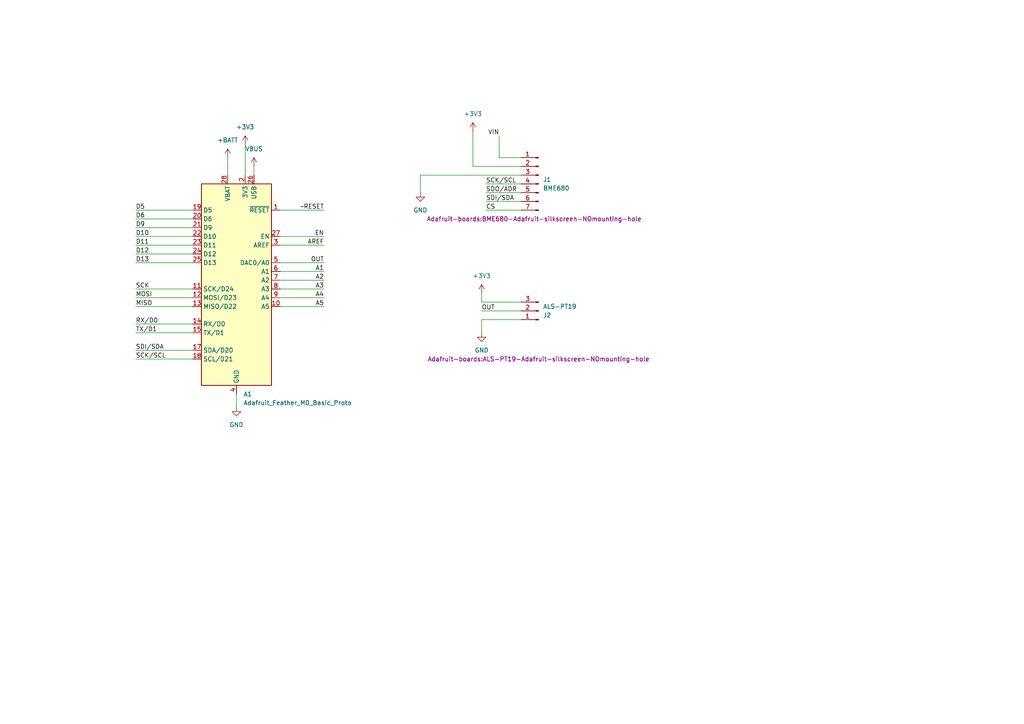
<source format=kicad_sch>
(kicad_sch (version 20211123) (generator eeschema)
  (paper "A4")
  (lib_symbols
    (symbol "Connector:Conn_01x03_Male" (pin_names (offset 1.016) hide)
      (property "Reference" "J" (at 0 5.08 0))
      (property "Value" "Conn_01x03_Male" (at 0 -5.08 0))
      (symbol "Conn_01x03_Male_1_1"
        (polyline (pts (xy 1.27 -2.54) (xy 0.8636 -2.54)) (stroke (width 0.1524)))
        (polyline (pts (xy 1.27 0) (xy 0.8636 0)) (stroke (width 0.1524)))
        (polyline (pts (xy 1.27 2.54) (xy 0.8636 2.54)) (stroke (width 0.1524)))
        (rectangle (start 0.8636 -2.413) (end 0 -2.667) (stroke (width 0.1524)) (fill (type outline)))
        (rectangle (start 0.8636 0.127) (end 0 -0.127) (stroke (width 0.1524)) (fill (type outline)))
        (rectangle (start 0.8636 2.667) (end 0 2.413) (stroke (width 0.1524)) (fill (type outline)))
        (pin passive line (at 5.08 2.54 180) (length 3.81) (name "Pin_1") (number "1"))
        (pin passive line (at 5.08 0 180) (length 3.81) (name "Pin_2") (number "2"))
        (pin passive line (at 5.08 -2.54 180) (length 3.81) (name "Pin_3") (number "3"))
      )
    )
    (symbol "Connector:Conn_01x07_Male" (pin_names (offset 1.016) hide)
      (property "Reference" "J" (at 0 10.16 0))
      (property "Value" "Conn_01x07_Male" (at 0 -10.16 0))
      (symbol "Conn_01x07_Male_1_1"
        (polyline (pts (xy 1.27 -7.62) (xy 0.8636 -7.62)) (stroke (width 0.1524)))
        (polyline (pts (xy 1.27 -5.08) (xy 0.8636 -5.08)) (stroke (width 0.1524)))
        (polyline (pts (xy 1.27 -2.54) (xy 0.8636 -2.54)) (stroke (width 0.1524)))
        (polyline (pts (xy 1.27 0) (xy 0.8636 0)) (stroke (width 0.1524)))
        (polyline (pts (xy 1.27 2.54) (xy 0.8636 2.54)) (stroke (width 0.1524)))
        (polyline (pts (xy 1.27 5.08) (xy 0.8636 5.08)) (stroke (width 0.1524)))
        (polyline (pts (xy 1.27 7.62) (xy 0.8636 7.62)) (stroke (width 0.1524)))
        (rectangle (start 0.8636 -7.493) (end 0 -7.747) (stroke (width 0.1524)) (fill (type outline)))
        (rectangle (start 0.8636 -4.953) (end 0 -5.207) (stroke (width 0.1524)) (fill (type outline)))
        (rectangle (start 0.8636 -2.413) (end 0 -2.667) (stroke (width 0.1524)) (fill (type outline)))
        (rectangle (start 0.8636 0.127) (end 0 -0.127) (stroke (width 0.1524)) (fill (type outline)))
        (rectangle (start 0.8636 2.667) (end 0 2.413) (stroke (width 0.1524)) (fill (type outline)))
        (rectangle (start 0.8636 5.207) (end 0 4.953) (stroke (width 0.1524)) (fill (type outline)))
        (rectangle (start 0.8636 7.747) (end 0 7.493) (stroke (width 0.1524)) (fill (type outline)))
        (pin passive line (at 5.08 7.62 180) (length 3.81) (name "Pin_1") (number "1"))
        (pin passive line (at 5.08 5.08 180) (length 3.81) (name "Pin_2") (number "2"))
        (pin passive line (at 5.08 2.54 180) (length 3.81) (name "Pin_3") (number "3"))
        (pin passive line (at 5.08 0 180) (length 3.81) (name "Pin_4") (number "4"))
        (pin passive line (at 5.08 -2.54 180) (length 3.81) (name "Pin_5") (number "5"))
        (pin passive line (at 5.08 -5.08 180) (length 3.81) (name "Pin_6") (number "6"))
        (pin passive line (at 5.08 -7.62 180) (length 3.81) (name "Pin_7") (number "7"))
      )
    )
    (symbol "MCU_Module:Adafruit_Feather_M0_Basic_Proto"
      (property "Reference" "A" (at -10.16 29.21 0))
      (property "Value" "Adafruit_Feather_M0_Basic_Proto" (at 2.54 -31.75 0))
      (symbol "Adafruit_Feather_M0_Basic_Proto_0_1"
        (rectangle (start -10.16 27.94) (end 10.16 -30.48) (stroke (width 0.254)) (fill (type background)))
      )
      (symbol "Adafruit_Feather_M0_Basic_Proto_1_1"
        (pin input line (at 12.7 20.32 180) (length 2.54) (name "~{RESET}") (number "1"))
        (pin bidirectional line (at 12.7 -7.62 180) (length 2.54) (name "A5") (number "10"))
        (pin bidirectional line (at -12.7 -2.54 0) (length 2.54) (name "SCK/D24") (number "11"))
        (pin bidirectional line (at -12.7 -5.08 0) (length 2.54) (name "MOSI/D23") (number "12"))
        (pin bidirectional line (at -12.7 -7.62 0) (length 2.54) (name "MISO/D22") (number "13"))
        (pin bidirectional line (at -12.7 -12.7 0) (length 2.54) (name "RX/D0") (number "14"))
        (pin bidirectional line (at -12.7 -15.24 0) (length 2.54) (name "TX/D1") (number "15"))
        (pin passive line (at 0 -33.02 90) (length 2.54) hide (name "GND") (number "16"))
        (pin bidirectional line (at -12.7 -20.32 0) (length 2.54) (name "SDA/D20") (number "17"))
        (pin bidirectional line (at -12.7 -22.86 0) (length 2.54) (name "SCL/D21") (number "18"))
        (pin bidirectional line (at -12.7 20.32 0) (length 2.54) (name "D5") (number "19"))
        (pin power_in line (at 2.54 30.48 270) (length 2.54) (name "3V3") (number "2"))
        (pin bidirectional line (at -12.7 17.78 0) (length 2.54) (name "D6") (number "20"))
        (pin bidirectional line (at -12.7 15.24 0) (length 2.54) (name "D9") (number "21"))
        (pin bidirectional line (at -12.7 12.7 0) (length 2.54) (name "D10") (number "22"))
        (pin bidirectional line (at -12.7 10.16 0) (length 2.54) (name "D11") (number "23"))
        (pin bidirectional line (at -12.7 7.62 0) (length 2.54) (name "D12") (number "24"))
        (pin bidirectional line (at -12.7 5.08 0) (length 2.54) (name "D13") (number "25"))
        (pin power_in line (at 5.08 30.48 270) (length 2.54) (name "USB") (number "26"))
        (pin input line (at 12.7 12.7 180) (length 2.54) (name "EN") (number "27"))
        (pin power_in line (at -2.54 30.48 270) (length 2.54) (name "VBAT") (number "28"))
        (pin input line (at 12.7 10.16 180) (length 2.54) (name "AREF") (number "3"))
        (pin power_in line (at 0 -33.02 90) (length 2.54) (name "GND") (number "4"))
        (pin bidirectional line (at 12.7 5.08 180) (length 2.54) (name "DAC0/A0") (number "5"))
        (pin bidirectional line (at 12.7 2.54 180) (length 2.54) (name "A1") (number "6"))
        (pin bidirectional line (at 12.7 0 180) (length 2.54) (name "A2") (number "7"))
        (pin bidirectional line (at 12.7 -2.54 180) (length 2.54) (name "A3") (number "8"))
        (pin bidirectional line (at 12.7 -5.08 180) (length 2.54) (name "A4") (number "9"))
      )
    )
    (symbol "power:+3.3V" (power) (pin_names (offset 0))
      (property "Value" "+3.3V" (at 0 3.556 0))
      (symbol "+3.3V_0_1"
        (polyline (pts (xy -0.762 1.27) (xy 0 2.54)))
        (polyline (pts (xy 0 0) (xy 0 2.54)))
        (polyline (pts (xy 0 2.54) (xy 0.762 1.27)))
      )
      (symbol "+3.3V_1_1"
        (pin power_in line (at 0 0 90) (length 0) hide (name "+3V3") (number "1"))
      )
    )
    (symbol "power:+BATT" (power) (pin_names (offset 0))
      (property "Value" "+BATT" (at 0 3.556 0))
      (symbol "+BATT_0_1"
        (polyline (pts (xy -0.762 1.27) (xy 0 2.54)))
        (polyline (pts (xy 0 0) (xy 0 2.54)))
        (polyline (pts (xy 0 2.54) (xy 0.762 1.27)))
      )
      (symbol "+BATT_1_1"
        (pin power_in line (at 0 0 90) (length 0) hide (name "+BATT") (number "1"))
      )
    )
    (symbol "power:GND" (power) (pin_names (offset 0))
      (property "Value" "GND" (at 0 -3.81 0))
      (symbol "GND_0_1"
        (polyline (pts (xy 0 0) (xy 0 -1.27) (xy 1.27 -1.27) (xy 0 -2.54) (xy -1.27 -1.27) (xy 0 -1.27)))
      )
      (symbol "GND_1_1"
        (pin power_in line (at 0 0 270) (length 0) hide (name "GND") (number "1"))
      )
    )
    (symbol "power:VBUS" (power) (pin_names (offset 0))
      (property "Value" "VBUS" (at 0 3.81 0))
      (symbol "VBUS_0_1"
        (polyline (pts (xy -0.762 1.27) (xy 0 2.54)))
        (polyline (pts (xy 0 0) (xy 0 2.54)))
        (polyline (pts (xy 0 2.54) (xy 0.762 1.27)))
      )
      (symbol "VBUS_1_1"
        (pin power_in line (at 0 0 90) (length 0) hide (name "VBUS") (number "1"))
      )
    )
  )
  (wire (pts (xy 39.37 93.98) (xy 55.88 93.98)))
  (wire (pts (xy 81.28 86.36) (xy 93.98 86.36)))
  (wire (pts (xy 39.37 66.04) (xy 55.88 66.04)))
  (wire (pts (xy 139.7 92.71) (xy 139.7 96.52)))
  (wire (pts (xy 39.37 96.52) (xy 55.88 96.52)))
  (wire (pts (xy 139.7 87.63) (xy 151.13 87.63)))
  (wire (pts (xy 81.28 83.82) (xy 93.98 83.82)))
  (wire (pts (xy 39.37 73.66) (xy 55.88 73.66)))
  (wire (pts (xy 81.28 76.2) (xy 93.98 76.2)))
  (wire (pts (xy 39.37 88.9) (xy 55.88 88.9)))
  (wire (pts (xy 39.37 60.96) (xy 55.88 60.96)))
  (wire (pts (xy 144.78 39.37) (xy 144.78 45.72)))
  (wire (pts (xy 140.97 53.34) (xy 151.13 53.34)))
  (wire (pts (xy 39.37 104.14) (xy 55.88 104.14)))
  (wire (pts (xy 140.97 55.88) (xy 151.13 55.88)))
  (wire (pts (xy 39.37 68.58) (xy 55.88 68.58)))
  (wire (pts (xy 81.28 88.9) (xy 93.98 88.9)))
  (wire (pts (xy 81.28 68.58) (xy 93.98 68.58)))
  (wire (pts (xy 68.58 114.3) (xy 68.58 118.11)))
  (wire (pts (xy 71.12 41.91) (xy 71.12 50.8)))
  (wire (pts (xy 151.13 45.72) (xy 144.78 45.72)))
  (wire (pts (xy 73.66 48.26) (xy 73.66 50.8)))
  (wire (pts (xy 66.04 45.72) (xy 66.04 50.8)))
  (wire (pts (xy 151.13 58.42) (xy 140.97 58.42)))
  (wire (pts (xy 39.37 83.82) (xy 55.88 83.82)))
  (wire (pts (xy 151.13 50.8) (xy 121.92 50.8)))
  (wire (pts (xy 137.16 38.1) (xy 137.16 48.26)))
  (wire (pts (xy 139.7 92.71) (xy 151.13 92.71)))
  (wire (pts (xy 139.7 85.09) (xy 139.7 87.63)))
  (wire (pts (xy 121.92 50.8) (xy 121.92 55.88)))
  (wire (pts (xy 81.28 78.74) (xy 93.98 78.74)))
  (wire (pts (xy 39.37 71.12) (xy 55.88 71.12)))
  (wire (pts (xy 39.37 86.36) (xy 55.88 86.36)))
  (wire (pts (xy 81.28 81.28) (xy 93.98 81.28)))
  (wire (pts (xy 151.13 48.26) (xy 137.16 48.26)))
  (wire (pts (xy 39.37 101.6) (xy 55.88 101.6)))
  (wire (pts (xy 139.7 90.17) (xy 151.13 90.17)))
  (wire (pts (xy 39.37 63.5) (xy 55.88 63.5)))
  (wire (pts (xy 81.28 60.96) (xy 93.98 60.96)))
  (wire (pts (xy 140.97 60.96) (xy 151.13 60.96)))
  (wire (pts (xy 39.37 76.2) (xy 55.88 76.2)))
  (wire (pts (xy 81.28 71.12) (xy 93.98 71.12)))
  (label "D11" (at 39.37 71.12 0))
  (label "A2" (at 93.98 81.28 180))
  (label "OUT" (at 139.7 90.17 0))
  (label "SCK{slash}SCL" (at 140.97 53.34 0))
  (label "D5" (at 39.37 60.96 0))
  (label "CS" (at 140.97 60.96 0))
  (label "D10" (at 39.37 68.58 0))
  (label "RX{slash}D0" (at 39.37 93.98 0))
  (label "VIN" (at 144.78 39.37 180))
  (label "A4" (at 93.98 86.36 180))
  (label "D9" (at 39.37 66.04 0))
  (label "SDI{slash}SDA" (at 140.97 58.42 0))
  (label "~RESET" (at 93.98 60.96 180))
  (label "MISO" (at 39.37 88.9 0))
  (label "A1" (at 93.98 78.74 180))
  (label "SDO{slash}ADR" (at 140.97 55.88 0))
  (label "MOSI" (at 39.37 86.36 0))
  (label "EN" (at 93.98 68.58 180))
  (label "A5" (at 93.98 88.9 180))
  (label "AREF" (at 93.98 71.12 180))
  (label "TX{slash}D1" (at 39.37 96.52 0))
  (label "D12" (at 39.37 73.66 0))
  (label "SDI{slash}SDA" (at 39.37 101.6 0))
  (label "OUT" (at 93.98 76.2 180))
  (label "SCK" (at 39.37 83.82 0))
  (label "SCK{slash}SCL" (at 39.37 104.14 0))
  (label "A3" (at 93.98 83.82 180))
  (label "D13" (at 39.37 76.2 0))
  (label "D6" (at 39.37 63.5 0))
  (symbol (lib_id "power:GND") (at 68.58 118.11 0) (unit 1)
    (property "Reference" "#PWR0104" (effects hide))
    (property "Value" "GND" (at 68.58 123.19 0))
  )
  (symbol (lib_id "power:+3.3V") (at 137.16 38.1 0) (unit 1)
    (property "Reference" "#PWR0101" (effects hide))
    (property "Value" "+3.3V" (at 137.16 33.02 0))
  )
  (symbol (lib_id "power:GND") (at 121.92 55.88 0) (unit 1)
    (property "Reference" "#PWR0102" (effects hide))
    (property "Value" "GND" (at 121.92 60.96 0))
  )
  (symbol (lib_id "Connector:Conn_01x07_Male") (at 156.21 53.34 0) (mirror y) (unit 1)
    (property "Reference" "J1" (at 157.48 52.0699 0) (effects (justify right)))
    (property "Value" "BME680" (at 157.48 54.6099 0) (effects (justify right)))
    (property "Footprint" "Adafruit-boards:BME680-Adafruit-silkscreen-NOmounting-hole" (at 154.94 63.5 0))
  )
  (symbol (lib_id "power:GND") (at 139.7 96.52 0) (mirror y) (unit 1)
    (property "Reference" "#PWR0106" (effects hide))
    (property "Value" "GND" (at 139.7 101.6 0))
  )
  (symbol (lib_id "MCU_Module:Adafruit_Feather_M0_Basic_Proto") (at 68.58 81.28 0) (unit 1)
    (property "Reference" "A1" (at 70.5994 114.3 0) (effects (justify left)))
    (property "Value" "Adafruit_Feather_M0_Basic_Proto" (at 70.5994 116.84 0) (effects (justify left)))
    (property "Footprint" "Module:Adafruit_Feather" (effects hide))
    (property "Datasheet" "https://cdn-learn.adafruit.com/downloads/pdf/adafruit-feather-m0-basic-proto.pdf" (effects hide))
  )
  (symbol (lib_id "power:VBUS") (at 73.66 48.26 0) (unit 1)
    (property "Reference" "#PWR?" (effects hide))
    (property "Value" "VBUS" (at 73.66 43.18 0))
  )
  (symbol (lib_id "power:+3.3V") (at 71.12 41.91 0) (unit 1)
    (property "Reference" "#PWR0103" (effects hide))
    (property "Value" "+3.3V" (at 71.12 36.83 0))
  )
  (symbol (lib_id "power:+BATT") (at 66.04 45.72 0) (unit 1)
    (property "Reference" "#PWR?" (effects hide))
    (property "Value" "+BATT" (at 66.04 40.64 0))
  )
  (symbol (lib_id "power:+3.3V") (at 139.7 85.09 0) (mirror y) (unit 1)
    (property "Reference" "#PWR0105" (effects hide))
    (property "Value" "+3.3V" (at 139.7 80.01 0))
  )
  (symbol (lib_id "Connector:Conn_01x03_Male") (at 156.21 90.17 180) (unit 1)
    (property "Reference" "J2" (at 157.48 91.4401 0) (effects (justify right)))
    (property "Value" "ALS-PT19" (at 157.48 88.9001 0) (effects (justify right)))
    (property "Footprint" "Adafruit-boards:ALS-PT19-Adafruit-silkscreen-NOmounting-hole" (at 156.21 104.14 0))
  )
)
</source>
